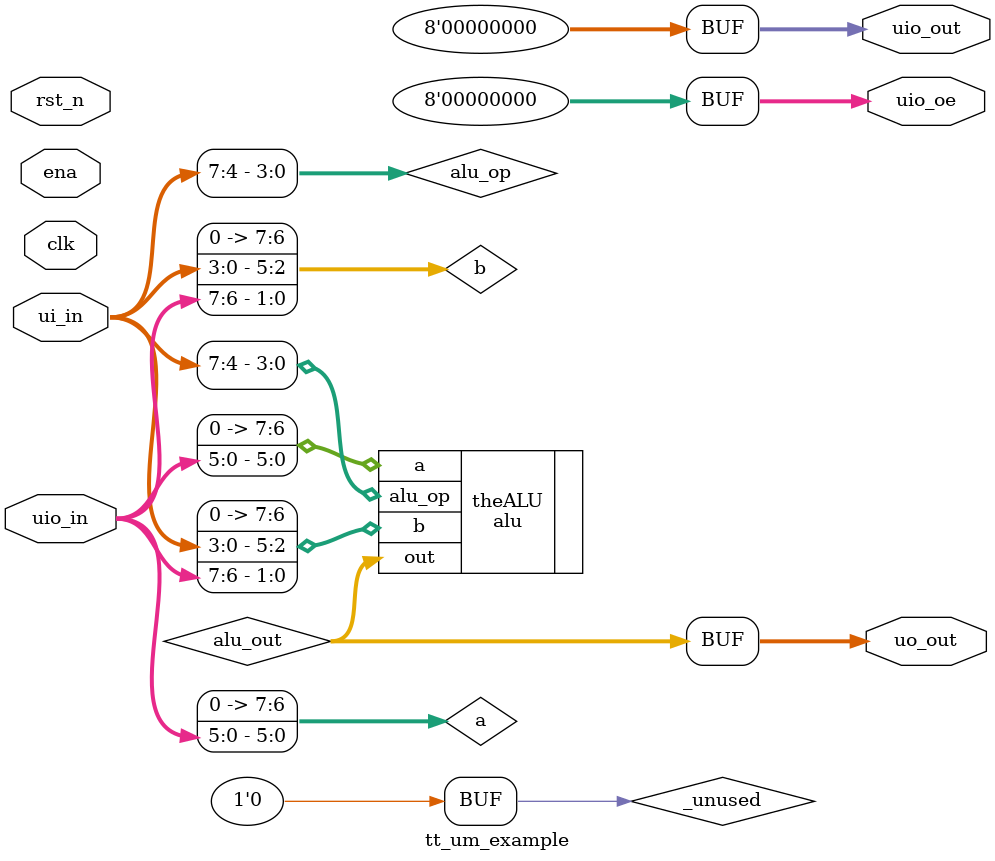
<source format=v>
/*
 * Copyright (c) 2024 Your Name
 * SPDX-License-Identifier: Apache-2.0
 */

`default_nettype none

module tt_um_example (
    input  wire [7:0] ui_in,    // Dedicated inputs
    output wire [7:0] uo_out,   // Dedicated outputs
    input  wire [7:0] uio_in,   // IOs: Input path
    output wire [7:0] uio_out,  // IOs: Output path
    output wire [7:0] uio_oe,   // IOs: Enable path (active high: 0=input, 1=output)
    input  wire       ena,      // always 1 when the design is powered, so you can ignore it
    input  wire       clk,      // clock
    input  wire       rst_n     // reset_n - low to reset
);

  // Instatiate the ALU:
  wire [7:0] a;
  wire [7:0] b;
  wire [3:0] alu_op;
  wire reset;
  wire [7:0] alu_out;

  assign a = {2'b0, uio_in[5:0]};
  assign b = {2'b0, ui_in[3:0], uio_in[7:6]};
  assign alu_op = ui_in[7:4];

  alu theALU(.a(a), .b(b), .alu_op(alu_op), .out(alu_out));

  // All output pins must be assigned. If not used, assign to 0.
  assign uio_oe = 8'd0;  // All bidirectional will be inputs
  assign uio_out = 8'd0; // Not used
  assign uo_out = alu_out;

  // List all unused inputs to prevent warnings
  wire _unused = &{ena, clk, rst_n, 1'b0};



endmodule

</source>
